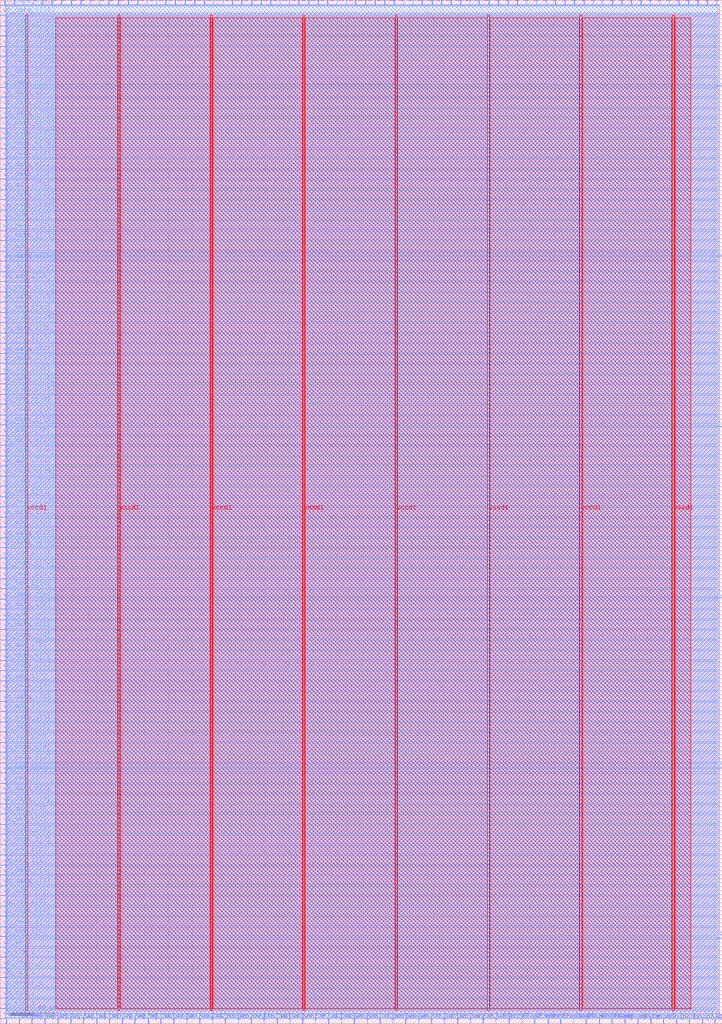
<source format=lef>
VERSION 5.7 ;
  NOWIREEXTENSIONATPIN ON ;
  DIVIDERCHAR "/" ;
  BUSBITCHARS "[]" ;
MACRO Peripherals
  CLASS BLOCK ;
  FOREIGN Peripherals ;
  ORIGIN 0.000 0.000 ;
  SIZE 600.000 BY 850.000 ;
  PIN flash_csb
    DIRECTION INPUT ;
    USE SIGNAL ;
    PORT
      LAYER met2 ;
        RECT 433.410 0.000 433.690 4.000 ;
    END
  END flash_csb
  PIN flash_io0_read
    DIRECTION OUTPUT TRISTATE ;
    USE SIGNAL ;
    PORT
      LAYER met2 ;
        RECT 443.990 0.000 444.270 4.000 ;
    END
  END flash_io0_read
  PIN flash_io0_we
    DIRECTION INPUT ;
    USE SIGNAL ;
    PORT
      LAYER met2 ;
        RECT 455.030 0.000 455.310 4.000 ;
    END
  END flash_io0_we
  PIN flash_io0_write
    DIRECTION INPUT ;
    USE SIGNAL ;
    PORT
      LAYER met2 ;
        RECT 465.610 0.000 465.890 4.000 ;
    END
  END flash_io0_write
  PIN flash_io1_read
    DIRECTION OUTPUT TRISTATE ;
    USE SIGNAL ;
    PORT
      LAYER met2 ;
        RECT 476.190 0.000 476.470 4.000 ;
    END
  END flash_io1_read
  PIN flash_io1_we
    DIRECTION INPUT ;
    USE SIGNAL ;
    PORT
      LAYER met2 ;
        RECT 486.770 0.000 487.050 4.000 ;
    END
  END flash_io1_we
  PIN flash_io1_write
    DIRECTION INPUT ;
    USE SIGNAL ;
    PORT
      LAYER met2 ;
        RECT 497.810 0.000 498.090 4.000 ;
    END
  END flash_io1_write
  PIN flash_sck
    DIRECTION INPUT ;
    USE SIGNAL ;
    PORT
      LAYER met2 ;
        RECT 508.390 0.000 508.670 4.000 ;
    END
  END flash_sck
  PIN internal_uart_rx
    DIRECTION INPUT ;
    USE SIGNAL ;
    PORT
      LAYER met2 ;
        RECT 411.790 0.000 412.070 4.000 ;
    END
  END internal_uart_rx
  PIN internal_uart_tx
    DIRECTION OUTPUT TRISTATE ;
    USE SIGNAL ;
    PORT
      LAYER met2 ;
        RECT 422.830 0.000 423.110 4.000 ;
    END
  END internal_uart_tx
  PIN io_in[0]
    DIRECTION INPUT ;
    USE SIGNAL ;
    PORT
      LAYER met2 ;
        RECT 3.770 846.000 4.050 850.000 ;
    END
  END io_in[0]
  PIN io_in[10]
    DIRECTION INPUT ;
    USE SIGNAL ;
    PORT
      LAYER met2 ;
        RECT 82.430 846.000 82.710 850.000 ;
    END
  END io_in[10]
  PIN io_in[11]
    DIRECTION INPUT ;
    USE SIGNAL ;
    PORT
      LAYER met2 ;
        RECT 90.250 846.000 90.530 850.000 ;
    END
  END io_in[11]
  PIN io_in[12]
    DIRECTION INPUT ;
    USE SIGNAL ;
    PORT
      LAYER met2 ;
        RECT 98.070 846.000 98.350 850.000 ;
    END
  END io_in[12]
  PIN io_in[13]
    DIRECTION INPUT ;
    USE SIGNAL ;
    PORT
      LAYER met2 ;
        RECT 106.350 846.000 106.630 850.000 ;
    END
  END io_in[13]
  PIN io_in[14]
    DIRECTION INPUT ;
    USE SIGNAL ;
    PORT
      LAYER met2 ;
        RECT 114.170 846.000 114.450 850.000 ;
    END
  END io_in[14]
  PIN io_in[15]
    DIRECTION INPUT ;
    USE SIGNAL ;
    PORT
      LAYER met2 ;
        RECT 121.990 846.000 122.270 850.000 ;
    END
  END io_in[15]
  PIN io_in[16]
    DIRECTION INPUT ;
    USE SIGNAL ;
    PORT
      LAYER met2 ;
        RECT 129.810 846.000 130.090 850.000 ;
    END
  END io_in[16]
  PIN io_in[17]
    DIRECTION INPUT ;
    USE SIGNAL ;
    PORT
      LAYER met2 ;
        RECT 137.630 846.000 137.910 850.000 ;
    END
  END io_in[17]
  PIN io_in[18]
    DIRECTION INPUT ;
    USE SIGNAL ;
    PORT
      LAYER met2 ;
        RECT 145.450 846.000 145.730 850.000 ;
    END
  END io_in[18]
  PIN io_in[19]
    DIRECTION INPUT ;
    USE SIGNAL ;
    PORT
      LAYER met2 ;
        RECT 153.730 846.000 154.010 850.000 ;
    END
  END io_in[19]
  PIN io_in[1]
    DIRECTION INPUT ;
    USE SIGNAL ;
    PORT
      LAYER met2 ;
        RECT 11.590 846.000 11.870 850.000 ;
    END
  END io_in[1]
  PIN io_in[20]
    DIRECTION INPUT ;
    USE SIGNAL ;
    PORT
      LAYER met2 ;
        RECT 161.550 846.000 161.830 850.000 ;
    END
  END io_in[20]
  PIN io_in[21]
    DIRECTION INPUT ;
    USE SIGNAL ;
    PORT
      LAYER met2 ;
        RECT 169.370 846.000 169.650 850.000 ;
    END
  END io_in[21]
  PIN io_in[22]
    DIRECTION INPUT ;
    USE SIGNAL ;
    PORT
      LAYER met2 ;
        RECT 177.190 846.000 177.470 850.000 ;
    END
  END io_in[22]
  PIN io_in[23]
    DIRECTION INPUT ;
    USE SIGNAL ;
    PORT
      LAYER met2 ;
        RECT 185.010 846.000 185.290 850.000 ;
    END
  END io_in[23]
  PIN io_in[24]
    DIRECTION INPUT ;
    USE SIGNAL ;
    PORT
      LAYER met2 ;
        RECT 192.830 846.000 193.110 850.000 ;
    END
  END io_in[24]
  PIN io_in[25]
    DIRECTION INPUT ;
    USE SIGNAL ;
    PORT
      LAYER met2 ;
        RECT 200.650 846.000 200.930 850.000 ;
    END
  END io_in[25]
  PIN io_in[26]
    DIRECTION INPUT ;
    USE SIGNAL ;
    PORT
      LAYER met2 ;
        RECT 208.930 846.000 209.210 850.000 ;
    END
  END io_in[26]
  PIN io_in[27]
    DIRECTION INPUT ;
    USE SIGNAL ;
    PORT
      LAYER met2 ;
        RECT 216.750 846.000 217.030 850.000 ;
    END
  END io_in[27]
  PIN io_in[28]
    DIRECTION INPUT ;
    USE SIGNAL ;
    PORT
      LAYER met2 ;
        RECT 224.570 846.000 224.850 850.000 ;
    END
  END io_in[28]
  PIN io_in[29]
    DIRECTION INPUT ;
    USE SIGNAL ;
    PORT
      LAYER met2 ;
        RECT 232.390 846.000 232.670 850.000 ;
    END
  END io_in[29]
  PIN io_in[2]
    DIRECTION INPUT ;
    USE SIGNAL ;
    PORT
      LAYER met2 ;
        RECT 19.410 846.000 19.690 850.000 ;
    END
  END io_in[2]
  PIN io_in[30]
    DIRECTION INPUT ;
    USE SIGNAL ;
    PORT
      LAYER met2 ;
        RECT 240.210 846.000 240.490 850.000 ;
    END
  END io_in[30]
  PIN io_in[31]
    DIRECTION INPUT ;
    USE SIGNAL ;
    PORT
      LAYER met2 ;
        RECT 248.030 846.000 248.310 850.000 ;
    END
  END io_in[31]
  PIN io_in[32]
    DIRECTION INPUT ;
    USE SIGNAL ;
    PORT
      LAYER met2 ;
        RECT 256.310 846.000 256.590 850.000 ;
    END
  END io_in[32]
  PIN io_in[33]
    DIRECTION INPUT ;
    USE SIGNAL ;
    PORT
      LAYER met2 ;
        RECT 264.130 846.000 264.410 850.000 ;
    END
  END io_in[33]
  PIN io_in[34]
    DIRECTION INPUT ;
    USE SIGNAL ;
    PORT
      LAYER met2 ;
        RECT 271.950 846.000 272.230 850.000 ;
    END
  END io_in[34]
  PIN io_in[35]
    DIRECTION INPUT ;
    USE SIGNAL ;
    PORT
      LAYER met2 ;
        RECT 279.770 846.000 280.050 850.000 ;
    END
  END io_in[35]
  PIN io_in[36]
    DIRECTION INPUT ;
    USE SIGNAL ;
    PORT
      LAYER met2 ;
        RECT 287.590 846.000 287.870 850.000 ;
    END
  END io_in[36]
  PIN io_in[37]
    DIRECTION INPUT ;
    USE SIGNAL ;
    PORT
      LAYER met2 ;
        RECT 295.410 846.000 295.690 850.000 ;
    END
  END io_in[37]
  PIN io_in[3]
    DIRECTION INPUT ;
    USE SIGNAL ;
    PORT
      LAYER met2 ;
        RECT 27.230 846.000 27.510 850.000 ;
    END
  END io_in[3]
  PIN io_in[4]
    DIRECTION INPUT ;
    USE SIGNAL ;
    PORT
      LAYER met2 ;
        RECT 35.050 846.000 35.330 850.000 ;
    END
  END io_in[4]
  PIN io_in[5]
    DIRECTION INPUT ;
    USE SIGNAL ;
    PORT
      LAYER met2 ;
        RECT 42.870 846.000 43.150 850.000 ;
    END
  END io_in[5]
  PIN io_in[6]
    DIRECTION INPUT ;
    USE SIGNAL ;
    PORT
      LAYER met2 ;
        RECT 50.690 846.000 50.970 850.000 ;
    END
  END io_in[6]
  PIN io_in[7]
    DIRECTION INPUT ;
    USE SIGNAL ;
    PORT
      LAYER met2 ;
        RECT 58.970 846.000 59.250 850.000 ;
    END
  END io_in[7]
  PIN io_in[8]
    DIRECTION INPUT ;
    USE SIGNAL ;
    PORT
      LAYER met2 ;
        RECT 66.790 846.000 67.070 850.000 ;
    END
  END io_in[8]
  PIN io_in[9]
    DIRECTION INPUT ;
    USE SIGNAL ;
    PORT
      LAYER met2 ;
        RECT 74.610 846.000 74.890 850.000 ;
    END
  END io_in[9]
  PIN io_oeb[0]
    DIRECTION OUTPUT TRISTATE ;
    USE SIGNAL ;
    PORT
      LAYER met2 ;
        RECT 5.150 0.000 5.430 4.000 ;
    END
  END io_oeb[0]
  PIN io_oeb[10]
    DIRECTION OUTPUT TRISTATE ;
    USE SIGNAL ;
    PORT
      LAYER met2 ;
        RECT 111.870 0.000 112.150 4.000 ;
    END
  END io_oeb[10]
  PIN io_oeb[11]
    DIRECTION OUTPUT TRISTATE ;
    USE SIGNAL ;
    PORT
      LAYER met2 ;
        RECT 122.910 0.000 123.190 4.000 ;
    END
  END io_oeb[11]
  PIN io_oeb[12]
    DIRECTION OUTPUT TRISTATE ;
    USE SIGNAL ;
    PORT
      LAYER met2 ;
        RECT 133.490 0.000 133.770 4.000 ;
    END
  END io_oeb[12]
  PIN io_oeb[13]
    DIRECTION OUTPUT TRISTATE ;
    USE SIGNAL ;
    PORT
      LAYER met2 ;
        RECT 144.070 0.000 144.350 4.000 ;
    END
  END io_oeb[13]
  PIN io_oeb[14]
    DIRECTION OUTPUT TRISTATE ;
    USE SIGNAL ;
    PORT
      LAYER met2 ;
        RECT 155.110 0.000 155.390 4.000 ;
    END
  END io_oeb[14]
  PIN io_oeb[15]
    DIRECTION OUTPUT TRISTATE ;
    USE SIGNAL ;
    PORT
      LAYER met2 ;
        RECT 165.690 0.000 165.970 4.000 ;
    END
  END io_oeb[15]
  PIN io_oeb[16]
    DIRECTION OUTPUT TRISTATE ;
    USE SIGNAL ;
    PORT
      LAYER met2 ;
        RECT 176.270 0.000 176.550 4.000 ;
    END
  END io_oeb[16]
  PIN io_oeb[17]
    DIRECTION OUTPUT TRISTATE ;
    USE SIGNAL ;
    PORT
      LAYER met2 ;
        RECT 186.850 0.000 187.130 4.000 ;
    END
  END io_oeb[17]
  PIN io_oeb[18]
    DIRECTION OUTPUT TRISTATE ;
    USE SIGNAL ;
    PORT
      LAYER met2 ;
        RECT 197.890 0.000 198.170 4.000 ;
    END
  END io_oeb[18]
  PIN io_oeb[19]
    DIRECTION OUTPUT TRISTATE ;
    USE SIGNAL ;
    PORT
      LAYER met2 ;
        RECT 208.470 0.000 208.750 4.000 ;
    END
  END io_oeb[19]
  PIN io_oeb[1]
    DIRECTION OUTPUT TRISTATE ;
    USE SIGNAL ;
    PORT
      LAYER met2 ;
        RECT 15.730 0.000 16.010 4.000 ;
    END
  END io_oeb[1]
  PIN io_oeb[20]
    DIRECTION OUTPUT TRISTATE ;
    USE SIGNAL ;
    PORT
      LAYER met2 ;
        RECT 219.050 0.000 219.330 4.000 ;
    END
  END io_oeb[20]
  PIN io_oeb[21]
    DIRECTION OUTPUT TRISTATE ;
    USE SIGNAL ;
    PORT
      LAYER met2 ;
        RECT 230.090 0.000 230.370 4.000 ;
    END
  END io_oeb[21]
  PIN io_oeb[22]
    DIRECTION OUTPUT TRISTATE ;
    USE SIGNAL ;
    PORT
      LAYER met2 ;
        RECT 240.670 0.000 240.950 4.000 ;
    END
  END io_oeb[22]
  PIN io_oeb[23]
    DIRECTION OUTPUT TRISTATE ;
    USE SIGNAL ;
    PORT
      LAYER met2 ;
        RECT 251.250 0.000 251.530 4.000 ;
    END
  END io_oeb[23]
  PIN io_oeb[24]
    DIRECTION OUTPUT TRISTATE ;
    USE SIGNAL ;
    PORT
      LAYER met2 ;
        RECT 261.830 0.000 262.110 4.000 ;
    END
  END io_oeb[24]
  PIN io_oeb[25]
    DIRECTION OUTPUT TRISTATE ;
    USE SIGNAL ;
    PORT
      LAYER met2 ;
        RECT 272.870 0.000 273.150 4.000 ;
    END
  END io_oeb[25]
  PIN io_oeb[26]
    DIRECTION OUTPUT TRISTATE ;
    USE SIGNAL ;
    PORT
      LAYER met2 ;
        RECT 283.450 0.000 283.730 4.000 ;
    END
  END io_oeb[26]
  PIN io_oeb[27]
    DIRECTION OUTPUT TRISTATE ;
    USE SIGNAL ;
    PORT
      LAYER met2 ;
        RECT 294.030 0.000 294.310 4.000 ;
    END
  END io_oeb[27]
  PIN io_oeb[28]
    DIRECTION OUTPUT TRISTATE ;
    USE SIGNAL ;
    PORT
      LAYER met2 ;
        RECT 305.070 0.000 305.350 4.000 ;
    END
  END io_oeb[28]
  PIN io_oeb[29]
    DIRECTION OUTPUT TRISTATE ;
    USE SIGNAL ;
    PORT
      LAYER met2 ;
        RECT 315.650 0.000 315.930 4.000 ;
    END
  END io_oeb[29]
  PIN io_oeb[2]
    DIRECTION OUTPUT TRISTATE ;
    USE SIGNAL ;
    PORT
      LAYER met2 ;
        RECT 26.310 0.000 26.590 4.000 ;
    END
  END io_oeb[2]
  PIN io_oeb[30]
    DIRECTION OUTPUT TRISTATE ;
    USE SIGNAL ;
    PORT
      LAYER met2 ;
        RECT 326.230 0.000 326.510 4.000 ;
    END
  END io_oeb[30]
  PIN io_oeb[31]
    DIRECTION OUTPUT TRISTATE ;
    USE SIGNAL ;
    PORT
      LAYER met2 ;
        RECT 336.810 0.000 337.090 4.000 ;
    END
  END io_oeb[31]
  PIN io_oeb[32]
    DIRECTION OUTPUT TRISTATE ;
    USE SIGNAL ;
    PORT
      LAYER met2 ;
        RECT 347.850 0.000 348.130 4.000 ;
    END
  END io_oeb[32]
  PIN io_oeb[33]
    DIRECTION OUTPUT TRISTATE ;
    USE SIGNAL ;
    PORT
      LAYER met2 ;
        RECT 358.430 0.000 358.710 4.000 ;
    END
  END io_oeb[33]
  PIN io_oeb[34]
    DIRECTION OUTPUT TRISTATE ;
    USE SIGNAL ;
    PORT
      LAYER met2 ;
        RECT 369.010 0.000 369.290 4.000 ;
    END
  END io_oeb[34]
  PIN io_oeb[35]
    DIRECTION OUTPUT TRISTATE ;
    USE SIGNAL ;
    PORT
      LAYER met2 ;
        RECT 380.050 0.000 380.330 4.000 ;
    END
  END io_oeb[35]
  PIN io_oeb[36]
    DIRECTION OUTPUT TRISTATE ;
    USE SIGNAL ;
    PORT
      LAYER met2 ;
        RECT 390.630 0.000 390.910 4.000 ;
    END
  END io_oeb[36]
  PIN io_oeb[37]
    DIRECTION OUTPUT TRISTATE ;
    USE SIGNAL ;
    PORT
      LAYER met2 ;
        RECT 401.210 0.000 401.490 4.000 ;
    END
  END io_oeb[37]
  PIN io_oeb[3]
    DIRECTION OUTPUT TRISTATE ;
    USE SIGNAL ;
    PORT
      LAYER met2 ;
        RECT 36.890 0.000 37.170 4.000 ;
    END
  END io_oeb[3]
  PIN io_oeb[4]
    DIRECTION OUTPUT TRISTATE ;
    USE SIGNAL ;
    PORT
      LAYER met2 ;
        RECT 47.930 0.000 48.210 4.000 ;
    END
  END io_oeb[4]
  PIN io_oeb[5]
    DIRECTION OUTPUT TRISTATE ;
    USE SIGNAL ;
    PORT
      LAYER met2 ;
        RECT 58.510 0.000 58.790 4.000 ;
    END
  END io_oeb[5]
  PIN io_oeb[6]
    DIRECTION OUTPUT TRISTATE ;
    USE SIGNAL ;
    PORT
      LAYER met2 ;
        RECT 69.090 0.000 69.370 4.000 ;
    END
  END io_oeb[6]
  PIN io_oeb[7]
    DIRECTION OUTPUT TRISTATE ;
    USE SIGNAL ;
    PORT
      LAYER met2 ;
        RECT 80.130 0.000 80.410 4.000 ;
    END
  END io_oeb[7]
  PIN io_oeb[8]
    DIRECTION OUTPUT TRISTATE ;
    USE SIGNAL ;
    PORT
      LAYER met2 ;
        RECT 90.710 0.000 90.990 4.000 ;
    END
  END io_oeb[8]
  PIN io_oeb[9]
    DIRECTION OUTPUT TRISTATE ;
    USE SIGNAL ;
    PORT
      LAYER met2 ;
        RECT 101.290 0.000 101.570 4.000 ;
    END
  END io_oeb[9]
  PIN io_out[0]
    DIRECTION OUTPUT TRISTATE ;
    USE SIGNAL ;
    PORT
      LAYER met2 ;
        RECT 303.690 846.000 303.970 850.000 ;
    END
  END io_out[0]
  PIN io_out[10]
    DIRECTION OUTPUT TRISTATE ;
    USE SIGNAL ;
    PORT
      LAYER met2 ;
        RECT 382.350 846.000 382.630 850.000 ;
    END
  END io_out[10]
  PIN io_out[11]
    DIRECTION OUTPUT TRISTATE ;
    USE SIGNAL ;
    PORT
      LAYER met2 ;
        RECT 390.170 846.000 390.450 850.000 ;
    END
  END io_out[11]
  PIN io_out[12]
    DIRECTION OUTPUT TRISTATE ;
    USE SIGNAL ;
    PORT
      LAYER met2 ;
        RECT 397.990 846.000 398.270 850.000 ;
    END
  END io_out[12]
  PIN io_out[13]
    DIRECTION OUTPUT TRISTATE ;
    USE SIGNAL ;
    PORT
      LAYER met2 ;
        RECT 406.270 846.000 406.550 850.000 ;
    END
  END io_out[13]
  PIN io_out[14]
    DIRECTION OUTPUT TRISTATE ;
    USE SIGNAL ;
    PORT
      LAYER met2 ;
        RECT 414.090 846.000 414.370 850.000 ;
    END
  END io_out[14]
  PIN io_out[15]
    DIRECTION OUTPUT TRISTATE ;
    USE SIGNAL ;
    PORT
      LAYER met2 ;
        RECT 421.910 846.000 422.190 850.000 ;
    END
  END io_out[15]
  PIN io_out[16]
    DIRECTION OUTPUT TRISTATE ;
    USE SIGNAL ;
    PORT
      LAYER met2 ;
        RECT 429.730 846.000 430.010 850.000 ;
    END
  END io_out[16]
  PIN io_out[17]
    DIRECTION OUTPUT TRISTATE ;
    USE SIGNAL ;
    PORT
      LAYER met2 ;
        RECT 437.550 846.000 437.830 850.000 ;
    END
  END io_out[17]
  PIN io_out[18]
    DIRECTION OUTPUT TRISTATE ;
    USE SIGNAL ;
    PORT
      LAYER met2 ;
        RECT 445.370 846.000 445.650 850.000 ;
    END
  END io_out[18]
  PIN io_out[19]
    DIRECTION OUTPUT TRISTATE ;
    USE SIGNAL ;
    PORT
      LAYER met2 ;
        RECT 453.650 846.000 453.930 850.000 ;
    END
  END io_out[19]
  PIN io_out[1]
    DIRECTION OUTPUT TRISTATE ;
    USE SIGNAL ;
    PORT
      LAYER met2 ;
        RECT 311.510 846.000 311.790 850.000 ;
    END
  END io_out[1]
  PIN io_out[20]
    DIRECTION OUTPUT TRISTATE ;
    USE SIGNAL ;
    PORT
      LAYER met2 ;
        RECT 461.470 846.000 461.750 850.000 ;
    END
  END io_out[20]
  PIN io_out[21]
    DIRECTION OUTPUT TRISTATE ;
    USE SIGNAL ;
    PORT
      LAYER met2 ;
        RECT 469.290 846.000 469.570 850.000 ;
    END
  END io_out[21]
  PIN io_out[22]
    DIRECTION OUTPUT TRISTATE ;
    USE SIGNAL ;
    PORT
      LAYER met2 ;
        RECT 477.110 846.000 477.390 850.000 ;
    END
  END io_out[22]
  PIN io_out[23]
    DIRECTION OUTPUT TRISTATE ;
    USE SIGNAL ;
    PORT
      LAYER met2 ;
        RECT 484.930 846.000 485.210 850.000 ;
    END
  END io_out[23]
  PIN io_out[24]
    DIRECTION OUTPUT TRISTATE ;
    USE SIGNAL ;
    PORT
      LAYER met2 ;
        RECT 492.750 846.000 493.030 850.000 ;
    END
  END io_out[24]
  PIN io_out[25]
    DIRECTION OUTPUT TRISTATE ;
    USE SIGNAL ;
    PORT
      LAYER met2 ;
        RECT 500.570 846.000 500.850 850.000 ;
    END
  END io_out[25]
  PIN io_out[26]
    DIRECTION OUTPUT TRISTATE ;
    USE SIGNAL ;
    PORT
      LAYER met2 ;
        RECT 508.850 846.000 509.130 850.000 ;
    END
  END io_out[26]
  PIN io_out[27]
    DIRECTION OUTPUT TRISTATE ;
    USE SIGNAL ;
    PORT
      LAYER met2 ;
        RECT 516.670 846.000 516.950 850.000 ;
    END
  END io_out[27]
  PIN io_out[28]
    DIRECTION OUTPUT TRISTATE ;
    USE SIGNAL ;
    PORT
      LAYER met2 ;
        RECT 524.490 846.000 524.770 850.000 ;
    END
  END io_out[28]
  PIN io_out[29]
    DIRECTION OUTPUT TRISTATE ;
    USE SIGNAL ;
    PORT
      LAYER met2 ;
        RECT 532.310 846.000 532.590 850.000 ;
    END
  END io_out[29]
  PIN io_out[2]
    DIRECTION OUTPUT TRISTATE ;
    USE SIGNAL ;
    PORT
      LAYER met2 ;
        RECT 319.330 846.000 319.610 850.000 ;
    END
  END io_out[2]
  PIN io_out[30]
    DIRECTION OUTPUT TRISTATE ;
    USE SIGNAL ;
    PORT
      LAYER met2 ;
        RECT 540.130 846.000 540.410 850.000 ;
    END
  END io_out[30]
  PIN io_out[31]
    DIRECTION OUTPUT TRISTATE ;
    USE SIGNAL ;
    PORT
      LAYER met2 ;
        RECT 547.950 846.000 548.230 850.000 ;
    END
  END io_out[31]
  PIN io_out[32]
    DIRECTION OUTPUT TRISTATE ;
    USE SIGNAL ;
    PORT
      LAYER met2 ;
        RECT 556.230 846.000 556.510 850.000 ;
    END
  END io_out[32]
  PIN io_out[33]
    DIRECTION OUTPUT TRISTATE ;
    USE SIGNAL ;
    PORT
      LAYER met2 ;
        RECT 564.050 846.000 564.330 850.000 ;
    END
  END io_out[33]
  PIN io_out[34]
    DIRECTION OUTPUT TRISTATE ;
    USE SIGNAL ;
    PORT
      LAYER met2 ;
        RECT 571.870 846.000 572.150 850.000 ;
    END
  END io_out[34]
  PIN io_out[35]
    DIRECTION OUTPUT TRISTATE ;
    USE SIGNAL ;
    PORT
      LAYER met2 ;
        RECT 579.690 846.000 579.970 850.000 ;
    END
  END io_out[35]
  PIN io_out[36]
    DIRECTION OUTPUT TRISTATE ;
    USE SIGNAL ;
    PORT
      LAYER met2 ;
        RECT 587.510 846.000 587.790 850.000 ;
    END
  END io_out[36]
  PIN io_out[37]
    DIRECTION OUTPUT TRISTATE ;
    USE SIGNAL ;
    PORT
      LAYER met2 ;
        RECT 595.330 846.000 595.610 850.000 ;
    END
  END io_out[37]
  PIN io_out[3]
    DIRECTION OUTPUT TRISTATE ;
    USE SIGNAL ;
    PORT
      LAYER met2 ;
        RECT 327.150 846.000 327.430 850.000 ;
    END
  END io_out[3]
  PIN io_out[4]
    DIRECTION OUTPUT TRISTATE ;
    USE SIGNAL ;
    PORT
      LAYER met2 ;
        RECT 334.970 846.000 335.250 850.000 ;
    END
  END io_out[4]
  PIN io_out[5]
    DIRECTION OUTPUT TRISTATE ;
    USE SIGNAL ;
    PORT
      LAYER met2 ;
        RECT 342.790 846.000 343.070 850.000 ;
    END
  END io_out[5]
  PIN io_out[6]
    DIRECTION OUTPUT TRISTATE ;
    USE SIGNAL ;
    PORT
      LAYER met2 ;
        RECT 350.610 846.000 350.890 850.000 ;
    END
  END io_out[6]
  PIN io_out[7]
    DIRECTION OUTPUT TRISTATE ;
    USE SIGNAL ;
    PORT
      LAYER met2 ;
        RECT 358.890 846.000 359.170 850.000 ;
    END
  END io_out[7]
  PIN io_out[8]
    DIRECTION OUTPUT TRISTATE ;
    USE SIGNAL ;
    PORT
      LAYER met2 ;
        RECT 366.710 846.000 366.990 850.000 ;
    END
  END io_out[8]
  PIN io_out[9]
    DIRECTION OUTPUT TRISTATE ;
    USE SIGNAL ;
    PORT
      LAYER met2 ;
        RECT 374.530 846.000 374.810 850.000 ;
    END
  END io_out[9]
  PIN jtag_tck
    DIRECTION OUTPUT TRISTATE ;
    USE SIGNAL ;
    PORT
      LAYER met3 ;
        RECT 596.000 353.640 600.000 354.240 ;
    END
  END jtag_tck
  PIN jtag_tdi
    DIRECTION OUTPUT TRISTATE ;
    USE SIGNAL ;
    PORT
      LAYER met3 ;
        RECT 596.000 495.760 600.000 496.360 ;
    END
  END jtag_tdi
  PIN jtag_tdo
    DIRECTION INPUT ;
    USE SIGNAL ;
    PORT
      LAYER met3 ;
        RECT 596.000 637.200 600.000 637.800 ;
    END
  END jtag_tdo
  PIN jtag_tms
    DIRECTION OUTPUT TRISTATE ;
    USE SIGNAL ;
    PORT
      LAYER met3 ;
        RECT 596.000 778.640 600.000 779.240 ;
    END
  END jtag_tms
  PIN probe_blink[0]
    DIRECTION OUTPUT TRISTATE ;
    USE SIGNAL ;
    PORT
      LAYER met3 ;
        RECT 596.000 70.760 600.000 71.360 ;
    END
  END probe_blink[0]
  PIN probe_blink[1]
    DIRECTION OUTPUT TRISTATE ;
    USE SIGNAL ;
    PORT
      LAYER met3 ;
        RECT 596.000 212.200 600.000 212.800 ;
    END
  END probe_blink[1]
  PIN vccd1
    DIRECTION INPUT ;
    USE POWER ;
    PORT
      LAYER met4 ;
        RECT 21.040 10.640 22.640 838.000 ;
    END
    PORT
      LAYER met4 ;
        RECT 174.640 10.640 176.240 838.000 ;
    END
    PORT
      LAYER met4 ;
        RECT 328.240 10.640 329.840 838.000 ;
    END
    PORT
      LAYER met4 ;
        RECT 481.840 10.640 483.440 838.000 ;
    END
  END vccd1
  PIN vga_b[0]
    DIRECTION INPUT ;
    USE SIGNAL ;
    PORT
      LAYER met2 ;
        RECT 540.590 0.000 540.870 4.000 ;
    END
  END vga_b[0]
  PIN vga_b[1]
    DIRECTION INPUT ;
    USE SIGNAL ;
    PORT
      LAYER met2 ;
        RECT 572.790 0.000 573.070 4.000 ;
    END
  END vga_b[1]
  PIN vga_g[0]
    DIRECTION INPUT ;
    USE SIGNAL ;
    PORT
      LAYER met2 ;
        RECT 551.170 0.000 551.450 4.000 ;
    END
  END vga_g[0]
  PIN vga_g[1]
    DIRECTION INPUT ;
    USE SIGNAL ;
    PORT
      LAYER met2 ;
        RECT 583.370 0.000 583.650 4.000 ;
    END
  END vga_g[1]
  PIN vga_hsync
    DIRECTION INPUT ;
    USE SIGNAL ;
    PORT
      LAYER met2 ;
        RECT 518.970 0.000 519.250 4.000 ;
    END
  END vga_hsync
  PIN vga_r[0]
    DIRECTION INPUT ;
    USE SIGNAL ;
    PORT
      LAYER met2 ;
        RECT 561.750 0.000 562.030 4.000 ;
    END
  END vga_r[0]
  PIN vga_r[1]
    DIRECTION INPUT ;
    USE SIGNAL ;
    PORT
      LAYER met2 ;
        RECT 593.950 0.000 594.230 4.000 ;
    END
  END vga_r[1]
  PIN vga_vsync
    DIRECTION INPUT ;
    USE SIGNAL ;
    PORT
      LAYER met2 ;
        RECT 530.010 0.000 530.290 4.000 ;
    END
  END vga_vsync
  PIN vssd1
    DIRECTION INPUT ;
    USE GROUND ;
    PORT
      LAYER met4 ;
        RECT 97.840 10.640 99.440 838.000 ;
    END
    PORT
      LAYER met4 ;
        RECT 251.440 10.640 253.040 838.000 ;
    END
    PORT
      LAYER met4 ;
        RECT 405.040 10.640 406.640 838.000 ;
    END
    PORT
      LAYER met4 ;
        RECT 558.640 10.640 560.240 838.000 ;
    END
  END vssd1
  PIN wb_ack_o
    DIRECTION OUTPUT TRISTATE ;
    USE SIGNAL ;
    PORT
      LAYER met3 ;
        RECT 0.000 4.120 4.000 4.720 ;
    END
  END wb_ack_o
  PIN wb_adr_i[0]
    DIRECTION INPUT ;
    USE SIGNAL ;
    PORT
      LAYER met3 ;
        RECT 0.000 72.120 4.000 72.720 ;
    END
  END wb_adr_i[0]
  PIN wb_adr_i[10]
    DIRECTION INPUT ;
    USE SIGNAL ;
    PORT
      LAYER met3 ;
        RECT 0.000 361.120 4.000 361.720 ;
    END
  END wb_adr_i[10]
  PIN wb_adr_i[11]
    DIRECTION INPUT ;
    USE SIGNAL ;
    PORT
      LAYER met3 ;
        RECT 0.000 386.280 4.000 386.880 ;
    END
  END wb_adr_i[11]
  PIN wb_adr_i[12]
    DIRECTION INPUT ;
    USE SIGNAL ;
    PORT
      LAYER met3 ;
        RECT 0.000 412.120 4.000 412.720 ;
    END
  END wb_adr_i[12]
  PIN wb_adr_i[13]
    DIRECTION INPUT ;
    USE SIGNAL ;
    PORT
      LAYER met3 ;
        RECT 0.000 437.280 4.000 437.880 ;
    END
  END wb_adr_i[13]
  PIN wb_adr_i[14]
    DIRECTION INPUT ;
    USE SIGNAL ;
    PORT
      LAYER met3 ;
        RECT 0.000 463.120 4.000 463.720 ;
    END
  END wb_adr_i[14]
  PIN wb_adr_i[15]
    DIRECTION INPUT ;
    USE SIGNAL ;
    PORT
      LAYER met3 ;
        RECT 0.000 488.280 4.000 488.880 ;
    END
  END wb_adr_i[15]
  PIN wb_adr_i[16]
    DIRECTION INPUT ;
    USE SIGNAL ;
    PORT
      LAYER met3 ;
        RECT 0.000 514.120 4.000 514.720 ;
    END
  END wb_adr_i[16]
  PIN wb_adr_i[17]
    DIRECTION INPUT ;
    USE SIGNAL ;
    PORT
      LAYER met3 ;
        RECT 0.000 539.280 4.000 539.880 ;
    END
  END wb_adr_i[17]
  PIN wb_adr_i[18]
    DIRECTION INPUT ;
    USE SIGNAL ;
    PORT
      LAYER met3 ;
        RECT 0.000 565.120 4.000 565.720 ;
    END
  END wb_adr_i[18]
  PIN wb_adr_i[19]
    DIRECTION INPUT ;
    USE SIGNAL ;
    PORT
      LAYER met3 ;
        RECT 0.000 590.280 4.000 590.880 ;
    END
  END wb_adr_i[19]
  PIN wb_adr_i[1]
    DIRECTION INPUT ;
    USE SIGNAL ;
    PORT
      LAYER met3 ;
        RECT 0.000 106.120 4.000 106.720 ;
    END
  END wb_adr_i[1]
  PIN wb_adr_i[20]
    DIRECTION INPUT ;
    USE SIGNAL ;
    PORT
      LAYER met3 ;
        RECT 0.000 616.120 4.000 616.720 ;
    END
  END wb_adr_i[20]
  PIN wb_adr_i[21]
    DIRECTION INPUT ;
    USE SIGNAL ;
    PORT
      LAYER met3 ;
        RECT 0.000 641.280 4.000 641.880 ;
    END
  END wb_adr_i[21]
  PIN wb_adr_i[22]
    DIRECTION INPUT ;
    USE SIGNAL ;
    PORT
      LAYER met3 ;
        RECT 0.000 667.120 4.000 667.720 ;
    END
  END wb_adr_i[22]
  PIN wb_adr_i[23]
    DIRECTION INPUT ;
    USE SIGNAL ;
    PORT
      LAYER met3 ;
        RECT 0.000 692.280 4.000 692.880 ;
    END
  END wb_adr_i[23]
  PIN wb_adr_i[2]
    DIRECTION INPUT ;
    USE SIGNAL ;
    PORT
      LAYER met3 ;
        RECT 0.000 140.120 4.000 140.720 ;
    END
  END wb_adr_i[2]
  PIN wb_adr_i[3]
    DIRECTION INPUT ;
    USE SIGNAL ;
    PORT
      LAYER met3 ;
        RECT 0.000 174.120 4.000 174.720 ;
    END
  END wb_adr_i[3]
  PIN wb_adr_i[4]
    DIRECTION INPUT ;
    USE SIGNAL ;
    PORT
      LAYER met3 ;
        RECT 0.000 208.120 4.000 208.720 ;
    END
  END wb_adr_i[4]
  PIN wb_adr_i[5]
    DIRECTION INPUT ;
    USE SIGNAL ;
    PORT
      LAYER met3 ;
        RECT 0.000 233.280 4.000 233.880 ;
    END
  END wb_adr_i[5]
  PIN wb_adr_i[6]
    DIRECTION INPUT ;
    USE SIGNAL ;
    PORT
      LAYER met3 ;
        RECT 0.000 259.120 4.000 259.720 ;
    END
  END wb_adr_i[6]
  PIN wb_adr_i[7]
    DIRECTION INPUT ;
    USE SIGNAL ;
    PORT
      LAYER met3 ;
        RECT 0.000 284.280 4.000 284.880 ;
    END
  END wb_adr_i[7]
  PIN wb_adr_i[8]
    DIRECTION INPUT ;
    USE SIGNAL ;
    PORT
      LAYER met3 ;
        RECT 0.000 310.120 4.000 310.720 ;
    END
  END wb_adr_i[8]
  PIN wb_adr_i[9]
    DIRECTION INPUT ;
    USE SIGNAL ;
    PORT
      LAYER met3 ;
        RECT 0.000 335.280 4.000 335.880 ;
    END
  END wb_adr_i[9]
  PIN wb_clk_i
    DIRECTION INPUT ;
    USE SIGNAL ;
    PORT
      LAYER met3 ;
        RECT 0.000 12.280 4.000 12.880 ;
    END
  END wb_clk_i
  PIN wb_cyc_i
    DIRECTION INPUT ;
    USE SIGNAL ;
    PORT
      LAYER met3 ;
        RECT 0.000 21.120 4.000 21.720 ;
    END
  END wb_cyc_i
  PIN wb_data_i[0]
    DIRECTION INPUT ;
    USE SIGNAL ;
    PORT
      LAYER met3 ;
        RECT 0.000 80.280 4.000 80.880 ;
    END
  END wb_data_i[0]
  PIN wb_data_i[10]
    DIRECTION INPUT ;
    USE SIGNAL ;
    PORT
      LAYER met3 ;
        RECT 0.000 369.280 4.000 369.880 ;
    END
  END wb_data_i[10]
  PIN wb_data_i[11]
    DIRECTION INPUT ;
    USE SIGNAL ;
    PORT
      LAYER met3 ;
        RECT 0.000 395.120 4.000 395.720 ;
    END
  END wb_data_i[11]
  PIN wb_data_i[12]
    DIRECTION INPUT ;
    USE SIGNAL ;
    PORT
      LAYER met3 ;
        RECT 0.000 420.280 4.000 420.880 ;
    END
  END wb_data_i[12]
  PIN wb_data_i[13]
    DIRECTION INPUT ;
    USE SIGNAL ;
    PORT
      LAYER met3 ;
        RECT 0.000 446.120 4.000 446.720 ;
    END
  END wb_data_i[13]
  PIN wb_data_i[14]
    DIRECTION INPUT ;
    USE SIGNAL ;
    PORT
      LAYER met3 ;
        RECT 0.000 471.280 4.000 471.880 ;
    END
  END wb_data_i[14]
  PIN wb_data_i[15]
    DIRECTION INPUT ;
    USE SIGNAL ;
    PORT
      LAYER met3 ;
        RECT 0.000 497.120 4.000 497.720 ;
    END
  END wb_data_i[15]
  PIN wb_data_i[16]
    DIRECTION INPUT ;
    USE SIGNAL ;
    PORT
      LAYER met3 ;
        RECT 0.000 522.280 4.000 522.880 ;
    END
  END wb_data_i[16]
  PIN wb_data_i[17]
    DIRECTION INPUT ;
    USE SIGNAL ;
    PORT
      LAYER met3 ;
        RECT 0.000 548.120 4.000 548.720 ;
    END
  END wb_data_i[17]
  PIN wb_data_i[18]
    DIRECTION INPUT ;
    USE SIGNAL ;
    PORT
      LAYER met3 ;
        RECT 0.000 573.280 4.000 573.880 ;
    END
  END wb_data_i[18]
  PIN wb_data_i[19]
    DIRECTION INPUT ;
    USE SIGNAL ;
    PORT
      LAYER met3 ;
        RECT 0.000 599.120 4.000 599.720 ;
    END
  END wb_data_i[19]
  PIN wb_data_i[1]
    DIRECTION INPUT ;
    USE SIGNAL ;
    PORT
      LAYER met3 ;
        RECT 0.000 114.280 4.000 114.880 ;
    END
  END wb_data_i[1]
  PIN wb_data_i[20]
    DIRECTION INPUT ;
    USE SIGNAL ;
    PORT
      LAYER met3 ;
        RECT 0.000 624.280 4.000 624.880 ;
    END
  END wb_data_i[20]
  PIN wb_data_i[21]
    DIRECTION INPUT ;
    USE SIGNAL ;
    PORT
      LAYER met3 ;
        RECT 0.000 650.120 4.000 650.720 ;
    END
  END wb_data_i[21]
  PIN wb_data_i[22]
    DIRECTION INPUT ;
    USE SIGNAL ;
    PORT
      LAYER met3 ;
        RECT 0.000 675.280 4.000 675.880 ;
    END
  END wb_data_i[22]
  PIN wb_data_i[23]
    DIRECTION INPUT ;
    USE SIGNAL ;
    PORT
      LAYER met3 ;
        RECT 0.000 701.120 4.000 701.720 ;
    END
  END wb_data_i[23]
  PIN wb_data_i[24]
    DIRECTION INPUT ;
    USE SIGNAL ;
    PORT
      LAYER met3 ;
        RECT 0.000 718.120 4.000 718.720 ;
    END
  END wb_data_i[24]
  PIN wb_data_i[25]
    DIRECTION INPUT ;
    USE SIGNAL ;
    PORT
      LAYER met3 ;
        RECT 0.000 735.120 4.000 735.720 ;
    END
  END wb_data_i[25]
  PIN wb_data_i[26]
    DIRECTION INPUT ;
    USE SIGNAL ;
    PORT
      LAYER met3 ;
        RECT 0.000 752.120 4.000 752.720 ;
    END
  END wb_data_i[26]
  PIN wb_data_i[27]
    DIRECTION INPUT ;
    USE SIGNAL ;
    PORT
      LAYER met3 ;
        RECT 0.000 769.120 4.000 769.720 ;
    END
  END wb_data_i[27]
  PIN wb_data_i[28]
    DIRECTION INPUT ;
    USE SIGNAL ;
    PORT
      LAYER met3 ;
        RECT 0.000 786.120 4.000 786.720 ;
    END
  END wb_data_i[28]
  PIN wb_data_i[29]
    DIRECTION INPUT ;
    USE SIGNAL ;
    PORT
      LAYER met3 ;
        RECT 0.000 803.120 4.000 803.720 ;
    END
  END wb_data_i[29]
  PIN wb_data_i[2]
    DIRECTION INPUT ;
    USE SIGNAL ;
    PORT
      LAYER met3 ;
        RECT 0.000 148.280 4.000 148.880 ;
    END
  END wb_data_i[2]
  PIN wb_data_i[30]
    DIRECTION INPUT ;
    USE SIGNAL ;
    PORT
      LAYER met3 ;
        RECT 0.000 820.120 4.000 820.720 ;
    END
  END wb_data_i[30]
  PIN wb_data_i[31]
    DIRECTION INPUT ;
    USE SIGNAL ;
    PORT
      LAYER met3 ;
        RECT 0.000 837.120 4.000 837.720 ;
    END
  END wb_data_i[31]
  PIN wb_data_i[3]
    DIRECTION INPUT ;
    USE SIGNAL ;
    PORT
      LAYER met3 ;
        RECT 0.000 182.280 4.000 182.880 ;
    END
  END wb_data_i[3]
  PIN wb_data_i[4]
    DIRECTION INPUT ;
    USE SIGNAL ;
    PORT
      LAYER met3 ;
        RECT 0.000 216.280 4.000 216.880 ;
    END
  END wb_data_i[4]
  PIN wb_data_i[5]
    DIRECTION INPUT ;
    USE SIGNAL ;
    PORT
      LAYER met3 ;
        RECT 0.000 242.120 4.000 242.720 ;
    END
  END wb_data_i[5]
  PIN wb_data_i[6]
    DIRECTION INPUT ;
    USE SIGNAL ;
    PORT
      LAYER met3 ;
        RECT 0.000 267.280 4.000 267.880 ;
    END
  END wb_data_i[6]
  PIN wb_data_i[7]
    DIRECTION INPUT ;
    USE SIGNAL ;
    PORT
      LAYER met3 ;
        RECT 0.000 293.120 4.000 293.720 ;
    END
  END wb_data_i[7]
  PIN wb_data_i[8]
    DIRECTION INPUT ;
    USE SIGNAL ;
    PORT
      LAYER met3 ;
        RECT 0.000 318.280 4.000 318.880 ;
    END
  END wb_data_i[8]
  PIN wb_data_i[9]
    DIRECTION INPUT ;
    USE SIGNAL ;
    PORT
      LAYER met3 ;
        RECT 0.000 344.120 4.000 344.720 ;
    END
  END wb_data_i[9]
  PIN wb_data_o[0]
    DIRECTION OUTPUT TRISTATE ;
    USE SIGNAL ;
    PORT
      LAYER met3 ;
        RECT 0.000 89.120 4.000 89.720 ;
    END
  END wb_data_o[0]
  PIN wb_data_o[10]
    DIRECTION OUTPUT TRISTATE ;
    USE SIGNAL ;
    PORT
      LAYER met3 ;
        RECT 0.000 378.120 4.000 378.720 ;
    END
  END wb_data_o[10]
  PIN wb_data_o[11]
    DIRECTION OUTPUT TRISTATE ;
    USE SIGNAL ;
    PORT
      LAYER met3 ;
        RECT 0.000 403.280 4.000 403.880 ;
    END
  END wb_data_o[11]
  PIN wb_data_o[12]
    DIRECTION OUTPUT TRISTATE ;
    USE SIGNAL ;
    PORT
      LAYER met3 ;
        RECT 0.000 429.120 4.000 429.720 ;
    END
  END wb_data_o[12]
  PIN wb_data_o[13]
    DIRECTION OUTPUT TRISTATE ;
    USE SIGNAL ;
    PORT
      LAYER met3 ;
        RECT 0.000 454.280 4.000 454.880 ;
    END
  END wb_data_o[13]
  PIN wb_data_o[14]
    DIRECTION OUTPUT TRISTATE ;
    USE SIGNAL ;
    PORT
      LAYER met3 ;
        RECT 0.000 480.120 4.000 480.720 ;
    END
  END wb_data_o[14]
  PIN wb_data_o[15]
    DIRECTION OUTPUT TRISTATE ;
    USE SIGNAL ;
    PORT
      LAYER met3 ;
        RECT 0.000 505.280 4.000 505.880 ;
    END
  END wb_data_o[15]
  PIN wb_data_o[16]
    DIRECTION OUTPUT TRISTATE ;
    USE SIGNAL ;
    PORT
      LAYER met3 ;
        RECT 0.000 531.120 4.000 531.720 ;
    END
  END wb_data_o[16]
  PIN wb_data_o[17]
    DIRECTION OUTPUT TRISTATE ;
    USE SIGNAL ;
    PORT
      LAYER met3 ;
        RECT 0.000 556.280 4.000 556.880 ;
    END
  END wb_data_o[17]
  PIN wb_data_o[18]
    DIRECTION OUTPUT TRISTATE ;
    USE SIGNAL ;
    PORT
      LAYER met3 ;
        RECT 0.000 582.120 4.000 582.720 ;
    END
  END wb_data_o[18]
  PIN wb_data_o[19]
    DIRECTION OUTPUT TRISTATE ;
    USE SIGNAL ;
    PORT
      LAYER met3 ;
        RECT 0.000 607.280 4.000 607.880 ;
    END
  END wb_data_o[19]
  PIN wb_data_o[1]
    DIRECTION OUTPUT TRISTATE ;
    USE SIGNAL ;
    PORT
      LAYER met3 ;
        RECT 0.000 123.120 4.000 123.720 ;
    END
  END wb_data_o[1]
  PIN wb_data_o[20]
    DIRECTION OUTPUT TRISTATE ;
    USE SIGNAL ;
    PORT
      LAYER met3 ;
        RECT 0.000 633.120 4.000 633.720 ;
    END
  END wb_data_o[20]
  PIN wb_data_o[21]
    DIRECTION OUTPUT TRISTATE ;
    USE SIGNAL ;
    PORT
      LAYER met3 ;
        RECT 0.000 658.280 4.000 658.880 ;
    END
  END wb_data_o[21]
  PIN wb_data_o[22]
    DIRECTION OUTPUT TRISTATE ;
    USE SIGNAL ;
    PORT
      LAYER met3 ;
        RECT 0.000 684.120 4.000 684.720 ;
    END
  END wb_data_o[22]
  PIN wb_data_o[23]
    DIRECTION OUTPUT TRISTATE ;
    USE SIGNAL ;
    PORT
      LAYER met3 ;
        RECT 0.000 709.280 4.000 709.880 ;
    END
  END wb_data_o[23]
  PIN wb_data_o[24]
    DIRECTION OUTPUT TRISTATE ;
    USE SIGNAL ;
    PORT
      LAYER met3 ;
        RECT 0.000 726.280 4.000 726.880 ;
    END
  END wb_data_o[24]
  PIN wb_data_o[25]
    DIRECTION OUTPUT TRISTATE ;
    USE SIGNAL ;
    PORT
      LAYER met3 ;
        RECT 0.000 743.280 4.000 743.880 ;
    END
  END wb_data_o[25]
  PIN wb_data_o[26]
    DIRECTION OUTPUT TRISTATE ;
    USE SIGNAL ;
    PORT
      LAYER met3 ;
        RECT 0.000 760.280 4.000 760.880 ;
    END
  END wb_data_o[26]
  PIN wb_data_o[27]
    DIRECTION OUTPUT TRISTATE ;
    USE SIGNAL ;
    PORT
      LAYER met3 ;
        RECT 0.000 777.280 4.000 777.880 ;
    END
  END wb_data_o[27]
  PIN wb_data_o[28]
    DIRECTION OUTPUT TRISTATE ;
    USE SIGNAL ;
    PORT
      LAYER met3 ;
        RECT 0.000 794.280 4.000 794.880 ;
    END
  END wb_data_o[28]
  PIN wb_data_o[29]
    DIRECTION OUTPUT TRISTATE ;
    USE SIGNAL ;
    PORT
      LAYER met3 ;
        RECT 0.000 811.280 4.000 811.880 ;
    END
  END wb_data_o[29]
  PIN wb_data_o[2]
    DIRECTION OUTPUT TRISTATE ;
    USE SIGNAL ;
    PORT
      LAYER met3 ;
        RECT 0.000 157.120 4.000 157.720 ;
    END
  END wb_data_o[2]
  PIN wb_data_o[30]
    DIRECTION OUTPUT TRISTATE ;
    USE SIGNAL ;
    PORT
      LAYER met3 ;
        RECT 0.000 828.280 4.000 828.880 ;
    END
  END wb_data_o[30]
  PIN wb_data_o[31]
    DIRECTION OUTPUT TRISTATE ;
    USE SIGNAL ;
    PORT
      LAYER met3 ;
        RECT 0.000 845.280 4.000 845.880 ;
    END
  END wb_data_o[31]
  PIN wb_data_o[3]
    DIRECTION OUTPUT TRISTATE ;
    USE SIGNAL ;
    PORT
      LAYER met3 ;
        RECT 0.000 191.120 4.000 191.720 ;
    END
  END wb_data_o[3]
  PIN wb_data_o[4]
    DIRECTION OUTPUT TRISTATE ;
    USE SIGNAL ;
    PORT
      LAYER met3 ;
        RECT 0.000 225.120 4.000 225.720 ;
    END
  END wb_data_o[4]
  PIN wb_data_o[5]
    DIRECTION OUTPUT TRISTATE ;
    USE SIGNAL ;
    PORT
      LAYER met3 ;
        RECT 0.000 250.280 4.000 250.880 ;
    END
  END wb_data_o[5]
  PIN wb_data_o[6]
    DIRECTION OUTPUT TRISTATE ;
    USE SIGNAL ;
    PORT
      LAYER met3 ;
        RECT 0.000 276.120 4.000 276.720 ;
    END
  END wb_data_o[6]
  PIN wb_data_o[7]
    DIRECTION OUTPUT TRISTATE ;
    USE SIGNAL ;
    PORT
      LAYER met3 ;
        RECT 0.000 301.280 4.000 301.880 ;
    END
  END wb_data_o[7]
  PIN wb_data_o[8]
    DIRECTION OUTPUT TRISTATE ;
    USE SIGNAL ;
    PORT
      LAYER met3 ;
        RECT 0.000 327.120 4.000 327.720 ;
    END
  END wb_data_o[8]
  PIN wb_data_o[9]
    DIRECTION OUTPUT TRISTATE ;
    USE SIGNAL ;
    PORT
      LAYER met3 ;
        RECT 0.000 352.280 4.000 352.880 ;
    END
  END wb_data_o[9]
  PIN wb_error_o
    DIRECTION OUTPUT TRISTATE ;
    USE SIGNAL ;
    PORT
      LAYER met3 ;
        RECT 0.000 29.280 4.000 29.880 ;
    END
  END wb_error_o
  PIN wb_rst_i
    DIRECTION INPUT ;
    USE SIGNAL ;
    PORT
      LAYER met3 ;
        RECT 0.000 38.120 4.000 38.720 ;
    END
  END wb_rst_i
  PIN wb_sel_i[0]
    DIRECTION INPUT ;
    USE SIGNAL ;
    PORT
      LAYER met3 ;
        RECT 0.000 97.280 4.000 97.880 ;
    END
  END wb_sel_i[0]
  PIN wb_sel_i[1]
    DIRECTION INPUT ;
    USE SIGNAL ;
    PORT
      LAYER met3 ;
        RECT 0.000 131.280 4.000 131.880 ;
    END
  END wb_sel_i[1]
  PIN wb_sel_i[2]
    DIRECTION INPUT ;
    USE SIGNAL ;
    PORT
      LAYER met3 ;
        RECT 0.000 165.280 4.000 165.880 ;
    END
  END wb_sel_i[2]
  PIN wb_sel_i[3]
    DIRECTION INPUT ;
    USE SIGNAL ;
    PORT
      LAYER met3 ;
        RECT 0.000 199.280 4.000 199.880 ;
    END
  END wb_sel_i[3]
  PIN wb_stall_o
    DIRECTION OUTPUT TRISTATE ;
    USE SIGNAL ;
    PORT
      LAYER met3 ;
        RECT 0.000 46.280 4.000 46.880 ;
    END
  END wb_stall_o
  PIN wb_stb_i
    DIRECTION INPUT ;
    USE SIGNAL ;
    PORT
      LAYER met3 ;
        RECT 0.000 55.120 4.000 55.720 ;
    END
  END wb_stb_i
  PIN wb_we_i
    DIRECTION INPUT ;
    USE SIGNAL ;
    PORT
      LAYER met3 ;
        RECT 0.000 63.280 4.000 63.880 ;
    END
  END wb_we_i
  OBS
      LAYER li1 ;
        RECT 5.520 10.795 594.320 837.845 ;
      LAYER met1 ;
        RECT 5.130 8.200 597.470 839.080 ;
      LAYER met2 ;
        RECT 5.160 845.720 11.310 846.330 ;
        RECT 12.150 845.720 19.130 846.330 ;
        RECT 19.970 845.720 26.950 846.330 ;
        RECT 27.790 845.720 34.770 846.330 ;
        RECT 35.610 845.720 42.590 846.330 ;
        RECT 43.430 845.720 50.410 846.330 ;
        RECT 51.250 845.720 58.690 846.330 ;
        RECT 59.530 845.720 66.510 846.330 ;
        RECT 67.350 845.720 74.330 846.330 ;
        RECT 75.170 845.720 82.150 846.330 ;
        RECT 82.990 845.720 89.970 846.330 ;
        RECT 90.810 845.720 97.790 846.330 ;
        RECT 98.630 845.720 106.070 846.330 ;
        RECT 106.910 845.720 113.890 846.330 ;
        RECT 114.730 845.720 121.710 846.330 ;
        RECT 122.550 845.720 129.530 846.330 ;
        RECT 130.370 845.720 137.350 846.330 ;
        RECT 138.190 845.720 145.170 846.330 ;
        RECT 146.010 845.720 153.450 846.330 ;
        RECT 154.290 845.720 161.270 846.330 ;
        RECT 162.110 845.720 169.090 846.330 ;
        RECT 169.930 845.720 176.910 846.330 ;
        RECT 177.750 845.720 184.730 846.330 ;
        RECT 185.570 845.720 192.550 846.330 ;
        RECT 193.390 845.720 200.370 846.330 ;
        RECT 201.210 845.720 208.650 846.330 ;
        RECT 209.490 845.720 216.470 846.330 ;
        RECT 217.310 845.720 224.290 846.330 ;
        RECT 225.130 845.720 232.110 846.330 ;
        RECT 232.950 845.720 239.930 846.330 ;
        RECT 240.770 845.720 247.750 846.330 ;
        RECT 248.590 845.720 256.030 846.330 ;
        RECT 256.870 845.720 263.850 846.330 ;
        RECT 264.690 845.720 271.670 846.330 ;
        RECT 272.510 845.720 279.490 846.330 ;
        RECT 280.330 845.720 287.310 846.330 ;
        RECT 288.150 845.720 295.130 846.330 ;
        RECT 295.970 845.720 303.410 846.330 ;
        RECT 304.250 845.720 311.230 846.330 ;
        RECT 312.070 845.720 319.050 846.330 ;
        RECT 319.890 845.720 326.870 846.330 ;
        RECT 327.710 845.720 334.690 846.330 ;
        RECT 335.530 845.720 342.510 846.330 ;
        RECT 343.350 845.720 350.330 846.330 ;
        RECT 351.170 845.720 358.610 846.330 ;
        RECT 359.450 845.720 366.430 846.330 ;
        RECT 367.270 845.720 374.250 846.330 ;
        RECT 375.090 845.720 382.070 846.330 ;
        RECT 382.910 845.720 389.890 846.330 ;
        RECT 390.730 845.720 397.710 846.330 ;
        RECT 398.550 845.720 405.990 846.330 ;
        RECT 406.830 845.720 413.810 846.330 ;
        RECT 414.650 845.720 421.630 846.330 ;
        RECT 422.470 845.720 429.450 846.330 ;
        RECT 430.290 845.720 437.270 846.330 ;
        RECT 438.110 845.720 445.090 846.330 ;
        RECT 445.930 845.720 453.370 846.330 ;
        RECT 454.210 845.720 461.190 846.330 ;
        RECT 462.030 845.720 469.010 846.330 ;
        RECT 469.850 845.720 476.830 846.330 ;
        RECT 477.670 845.720 484.650 846.330 ;
        RECT 485.490 845.720 492.470 846.330 ;
        RECT 493.310 845.720 500.290 846.330 ;
        RECT 501.130 845.720 508.570 846.330 ;
        RECT 509.410 845.720 516.390 846.330 ;
        RECT 517.230 845.720 524.210 846.330 ;
        RECT 525.050 845.720 532.030 846.330 ;
        RECT 532.870 845.720 539.850 846.330 ;
        RECT 540.690 845.720 547.670 846.330 ;
        RECT 548.510 845.720 555.950 846.330 ;
        RECT 556.790 845.720 563.770 846.330 ;
        RECT 564.610 845.720 571.590 846.330 ;
        RECT 572.430 845.720 579.410 846.330 ;
        RECT 580.250 845.720 587.230 846.330 ;
        RECT 588.070 845.720 595.050 846.330 ;
        RECT 595.890 845.720 597.440 846.330 ;
        RECT 5.160 4.280 597.440 845.720 ;
        RECT 5.710 4.000 15.450 4.280 ;
        RECT 16.290 4.000 26.030 4.280 ;
        RECT 26.870 4.000 36.610 4.280 ;
        RECT 37.450 4.000 47.650 4.280 ;
        RECT 48.490 4.000 58.230 4.280 ;
        RECT 59.070 4.000 68.810 4.280 ;
        RECT 69.650 4.000 79.850 4.280 ;
        RECT 80.690 4.000 90.430 4.280 ;
        RECT 91.270 4.000 101.010 4.280 ;
        RECT 101.850 4.000 111.590 4.280 ;
        RECT 112.430 4.000 122.630 4.280 ;
        RECT 123.470 4.000 133.210 4.280 ;
        RECT 134.050 4.000 143.790 4.280 ;
        RECT 144.630 4.000 154.830 4.280 ;
        RECT 155.670 4.000 165.410 4.280 ;
        RECT 166.250 4.000 175.990 4.280 ;
        RECT 176.830 4.000 186.570 4.280 ;
        RECT 187.410 4.000 197.610 4.280 ;
        RECT 198.450 4.000 208.190 4.280 ;
        RECT 209.030 4.000 218.770 4.280 ;
        RECT 219.610 4.000 229.810 4.280 ;
        RECT 230.650 4.000 240.390 4.280 ;
        RECT 241.230 4.000 250.970 4.280 ;
        RECT 251.810 4.000 261.550 4.280 ;
        RECT 262.390 4.000 272.590 4.280 ;
        RECT 273.430 4.000 283.170 4.280 ;
        RECT 284.010 4.000 293.750 4.280 ;
        RECT 294.590 4.000 304.790 4.280 ;
        RECT 305.630 4.000 315.370 4.280 ;
        RECT 316.210 4.000 325.950 4.280 ;
        RECT 326.790 4.000 336.530 4.280 ;
        RECT 337.370 4.000 347.570 4.280 ;
        RECT 348.410 4.000 358.150 4.280 ;
        RECT 358.990 4.000 368.730 4.280 ;
        RECT 369.570 4.000 379.770 4.280 ;
        RECT 380.610 4.000 390.350 4.280 ;
        RECT 391.190 4.000 400.930 4.280 ;
        RECT 401.770 4.000 411.510 4.280 ;
        RECT 412.350 4.000 422.550 4.280 ;
        RECT 423.390 4.000 433.130 4.280 ;
        RECT 433.970 4.000 443.710 4.280 ;
        RECT 444.550 4.000 454.750 4.280 ;
        RECT 455.590 4.000 465.330 4.280 ;
        RECT 466.170 4.000 475.910 4.280 ;
        RECT 476.750 4.000 486.490 4.280 ;
        RECT 487.330 4.000 497.530 4.280 ;
        RECT 498.370 4.000 508.110 4.280 ;
        RECT 508.950 4.000 518.690 4.280 ;
        RECT 519.530 4.000 529.730 4.280 ;
        RECT 530.570 4.000 540.310 4.280 ;
        RECT 541.150 4.000 550.890 4.280 ;
        RECT 551.730 4.000 561.470 4.280 ;
        RECT 562.310 4.000 572.510 4.280 ;
        RECT 573.350 4.000 583.090 4.280 ;
        RECT 583.930 4.000 593.670 4.280 ;
        RECT 594.510 4.000 597.440 4.280 ;
      LAYER met3 ;
        RECT 4.400 844.880 596.000 845.745 ;
        RECT 4.000 838.120 596.000 844.880 ;
        RECT 4.400 836.720 596.000 838.120 ;
        RECT 4.000 829.280 596.000 836.720 ;
        RECT 4.400 827.880 596.000 829.280 ;
        RECT 4.000 821.120 596.000 827.880 ;
        RECT 4.400 819.720 596.000 821.120 ;
        RECT 4.000 812.280 596.000 819.720 ;
        RECT 4.400 810.880 596.000 812.280 ;
        RECT 4.000 804.120 596.000 810.880 ;
        RECT 4.400 802.720 596.000 804.120 ;
        RECT 4.000 795.280 596.000 802.720 ;
        RECT 4.400 793.880 596.000 795.280 ;
        RECT 4.000 787.120 596.000 793.880 ;
        RECT 4.400 785.720 596.000 787.120 ;
        RECT 4.000 779.640 596.000 785.720 ;
        RECT 4.000 778.280 595.600 779.640 ;
        RECT 4.400 778.240 595.600 778.280 ;
        RECT 4.400 776.880 596.000 778.240 ;
        RECT 4.000 770.120 596.000 776.880 ;
        RECT 4.400 768.720 596.000 770.120 ;
        RECT 4.000 761.280 596.000 768.720 ;
        RECT 4.400 759.880 596.000 761.280 ;
        RECT 4.000 753.120 596.000 759.880 ;
        RECT 4.400 751.720 596.000 753.120 ;
        RECT 4.000 744.280 596.000 751.720 ;
        RECT 4.400 742.880 596.000 744.280 ;
        RECT 4.000 736.120 596.000 742.880 ;
        RECT 4.400 734.720 596.000 736.120 ;
        RECT 4.000 727.280 596.000 734.720 ;
        RECT 4.400 725.880 596.000 727.280 ;
        RECT 4.000 719.120 596.000 725.880 ;
        RECT 4.400 717.720 596.000 719.120 ;
        RECT 4.000 710.280 596.000 717.720 ;
        RECT 4.400 708.880 596.000 710.280 ;
        RECT 4.000 702.120 596.000 708.880 ;
        RECT 4.400 700.720 596.000 702.120 ;
        RECT 4.000 693.280 596.000 700.720 ;
        RECT 4.400 691.880 596.000 693.280 ;
        RECT 4.000 685.120 596.000 691.880 ;
        RECT 4.400 683.720 596.000 685.120 ;
        RECT 4.000 676.280 596.000 683.720 ;
        RECT 4.400 674.880 596.000 676.280 ;
        RECT 4.000 668.120 596.000 674.880 ;
        RECT 4.400 666.720 596.000 668.120 ;
        RECT 4.000 659.280 596.000 666.720 ;
        RECT 4.400 657.880 596.000 659.280 ;
        RECT 4.000 651.120 596.000 657.880 ;
        RECT 4.400 649.720 596.000 651.120 ;
        RECT 4.000 642.280 596.000 649.720 ;
        RECT 4.400 640.880 596.000 642.280 ;
        RECT 4.000 638.200 596.000 640.880 ;
        RECT 4.000 636.800 595.600 638.200 ;
        RECT 4.000 634.120 596.000 636.800 ;
        RECT 4.400 632.720 596.000 634.120 ;
        RECT 4.000 625.280 596.000 632.720 ;
        RECT 4.400 623.880 596.000 625.280 ;
        RECT 4.000 617.120 596.000 623.880 ;
        RECT 4.400 615.720 596.000 617.120 ;
        RECT 4.000 608.280 596.000 615.720 ;
        RECT 4.400 606.880 596.000 608.280 ;
        RECT 4.000 600.120 596.000 606.880 ;
        RECT 4.400 598.720 596.000 600.120 ;
        RECT 4.000 591.280 596.000 598.720 ;
        RECT 4.400 589.880 596.000 591.280 ;
        RECT 4.000 583.120 596.000 589.880 ;
        RECT 4.400 581.720 596.000 583.120 ;
        RECT 4.000 574.280 596.000 581.720 ;
        RECT 4.400 572.880 596.000 574.280 ;
        RECT 4.000 566.120 596.000 572.880 ;
        RECT 4.400 564.720 596.000 566.120 ;
        RECT 4.000 557.280 596.000 564.720 ;
        RECT 4.400 555.880 596.000 557.280 ;
        RECT 4.000 549.120 596.000 555.880 ;
        RECT 4.400 547.720 596.000 549.120 ;
        RECT 4.000 540.280 596.000 547.720 ;
        RECT 4.400 538.880 596.000 540.280 ;
        RECT 4.000 532.120 596.000 538.880 ;
        RECT 4.400 530.720 596.000 532.120 ;
        RECT 4.000 523.280 596.000 530.720 ;
        RECT 4.400 521.880 596.000 523.280 ;
        RECT 4.000 515.120 596.000 521.880 ;
        RECT 4.400 513.720 596.000 515.120 ;
        RECT 4.000 506.280 596.000 513.720 ;
        RECT 4.400 504.880 596.000 506.280 ;
        RECT 4.000 498.120 596.000 504.880 ;
        RECT 4.400 496.760 596.000 498.120 ;
        RECT 4.400 496.720 595.600 496.760 ;
        RECT 4.000 495.360 595.600 496.720 ;
        RECT 4.000 489.280 596.000 495.360 ;
        RECT 4.400 487.880 596.000 489.280 ;
        RECT 4.000 481.120 596.000 487.880 ;
        RECT 4.400 479.720 596.000 481.120 ;
        RECT 4.000 472.280 596.000 479.720 ;
        RECT 4.400 470.880 596.000 472.280 ;
        RECT 4.000 464.120 596.000 470.880 ;
        RECT 4.400 462.720 596.000 464.120 ;
        RECT 4.000 455.280 596.000 462.720 ;
        RECT 4.400 453.880 596.000 455.280 ;
        RECT 4.000 447.120 596.000 453.880 ;
        RECT 4.400 445.720 596.000 447.120 ;
        RECT 4.000 438.280 596.000 445.720 ;
        RECT 4.400 436.880 596.000 438.280 ;
        RECT 4.000 430.120 596.000 436.880 ;
        RECT 4.400 428.720 596.000 430.120 ;
        RECT 4.000 421.280 596.000 428.720 ;
        RECT 4.400 419.880 596.000 421.280 ;
        RECT 4.000 413.120 596.000 419.880 ;
        RECT 4.400 411.720 596.000 413.120 ;
        RECT 4.000 404.280 596.000 411.720 ;
        RECT 4.400 402.880 596.000 404.280 ;
        RECT 4.000 396.120 596.000 402.880 ;
        RECT 4.400 394.720 596.000 396.120 ;
        RECT 4.000 387.280 596.000 394.720 ;
        RECT 4.400 385.880 596.000 387.280 ;
        RECT 4.000 379.120 596.000 385.880 ;
        RECT 4.400 377.720 596.000 379.120 ;
        RECT 4.000 370.280 596.000 377.720 ;
        RECT 4.400 368.880 596.000 370.280 ;
        RECT 4.000 362.120 596.000 368.880 ;
        RECT 4.400 360.720 596.000 362.120 ;
        RECT 4.000 354.640 596.000 360.720 ;
        RECT 4.000 353.280 595.600 354.640 ;
        RECT 4.400 353.240 595.600 353.280 ;
        RECT 4.400 351.880 596.000 353.240 ;
        RECT 4.000 345.120 596.000 351.880 ;
        RECT 4.400 343.720 596.000 345.120 ;
        RECT 4.000 336.280 596.000 343.720 ;
        RECT 4.400 334.880 596.000 336.280 ;
        RECT 4.000 328.120 596.000 334.880 ;
        RECT 4.400 326.720 596.000 328.120 ;
        RECT 4.000 319.280 596.000 326.720 ;
        RECT 4.400 317.880 596.000 319.280 ;
        RECT 4.000 311.120 596.000 317.880 ;
        RECT 4.400 309.720 596.000 311.120 ;
        RECT 4.000 302.280 596.000 309.720 ;
        RECT 4.400 300.880 596.000 302.280 ;
        RECT 4.000 294.120 596.000 300.880 ;
        RECT 4.400 292.720 596.000 294.120 ;
        RECT 4.000 285.280 596.000 292.720 ;
        RECT 4.400 283.880 596.000 285.280 ;
        RECT 4.000 277.120 596.000 283.880 ;
        RECT 4.400 275.720 596.000 277.120 ;
        RECT 4.000 268.280 596.000 275.720 ;
        RECT 4.400 266.880 596.000 268.280 ;
        RECT 4.000 260.120 596.000 266.880 ;
        RECT 4.400 258.720 596.000 260.120 ;
        RECT 4.000 251.280 596.000 258.720 ;
        RECT 4.400 249.880 596.000 251.280 ;
        RECT 4.000 243.120 596.000 249.880 ;
        RECT 4.400 241.720 596.000 243.120 ;
        RECT 4.000 234.280 596.000 241.720 ;
        RECT 4.400 232.880 596.000 234.280 ;
        RECT 4.000 226.120 596.000 232.880 ;
        RECT 4.400 224.720 596.000 226.120 ;
        RECT 4.000 217.280 596.000 224.720 ;
        RECT 4.400 215.880 596.000 217.280 ;
        RECT 4.000 213.200 596.000 215.880 ;
        RECT 4.000 211.800 595.600 213.200 ;
        RECT 4.000 209.120 596.000 211.800 ;
        RECT 4.400 207.720 596.000 209.120 ;
        RECT 4.000 200.280 596.000 207.720 ;
        RECT 4.400 198.880 596.000 200.280 ;
        RECT 4.000 192.120 596.000 198.880 ;
        RECT 4.400 190.720 596.000 192.120 ;
        RECT 4.000 183.280 596.000 190.720 ;
        RECT 4.400 181.880 596.000 183.280 ;
        RECT 4.000 175.120 596.000 181.880 ;
        RECT 4.400 173.720 596.000 175.120 ;
        RECT 4.000 166.280 596.000 173.720 ;
        RECT 4.400 164.880 596.000 166.280 ;
        RECT 4.000 158.120 596.000 164.880 ;
        RECT 4.400 156.720 596.000 158.120 ;
        RECT 4.000 149.280 596.000 156.720 ;
        RECT 4.400 147.880 596.000 149.280 ;
        RECT 4.000 141.120 596.000 147.880 ;
        RECT 4.400 139.720 596.000 141.120 ;
        RECT 4.000 132.280 596.000 139.720 ;
        RECT 4.400 130.880 596.000 132.280 ;
        RECT 4.000 124.120 596.000 130.880 ;
        RECT 4.400 122.720 596.000 124.120 ;
        RECT 4.000 115.280 596.000 122.720 ;
        RECT 4.400 113.880 596.000 115.280 ;
        RECT 4.000 107.120 596.000 113.880 ;
        RECT 4.400 105.720 596.000 107.120 ;
        RECT 4.000 98.280 596.000 105.720 ;
        RECT 4.400 96.880 596.000 98.280 ;
        RECT 4.000 90.120 596.000 96.880 ;
        RECT 4.400 88.720 596.000 90.120 ;
        RECT 4.000 81.280 596.000 88.720 ;
        RECT 4.400 79.880 596.000 81.280 ;
        RECT 4.000 73.120 596.000 79.880 ;
        RECT 4.400 71.760 596.000 73.120 ;
        RECT 4.400 71.720 595.600 71.760 ;
        RECT 4.000 70.360 595.600 71.720 ;
        RECT 4.000 64.280 596.000 70.360 ;
        RECT 4.400 62.880 596.000 64.280 ;
        RECT 4.000 56.120 596.000 62.880 ;
        RECT 4.400 54.720 596.000 56.120 ;
        RECT 4.000 47.280 596.000 54.720 ;
        RECT 4.400 45.880 596.000 47.280 ;
        RECT 4.000 39.120 596.000 45.880 ;
        RECT 4.400 37.720 596.000 39.120 ;
        RECT 4.000 30.280 596.000 37.720 ;
        RECT 4.400 28.880 596.000 30.280 ;
        RECT 4.000 22.120 596.000 28.880 ;
        RECT 4.400 20.720 596.000 22.120 ;
        RECT 4.000 13.280 596.000 20.720 ;
        RECT 4.400 11.880 596.000 13.280 ;
        RECT 4.000 5.120 596.000 11.880 ;
        RECT 4.400 4.255 596.000 5.120 ;
      LAYER met4 ;
        RECT 46.295 12.415 97.440 835.545 ;
        RECT 99.840 12.415 174.240 835.545 ;
        RECT 176.640 12.415 251.040 835.545 ;
        RECT 253.440 12.415 327.840 835.545 ;
        RECT 330.240 12.415 404.640 835.545 ;
        RECT 407.040 12.415 481.440 835.545 ;
        RECT 483.840 12.415 558.240 835.545 ;
        RECT 560.640 12.415 573.785 835.545 ;
  END
END Peripherals
END LIBRARY


</source>
